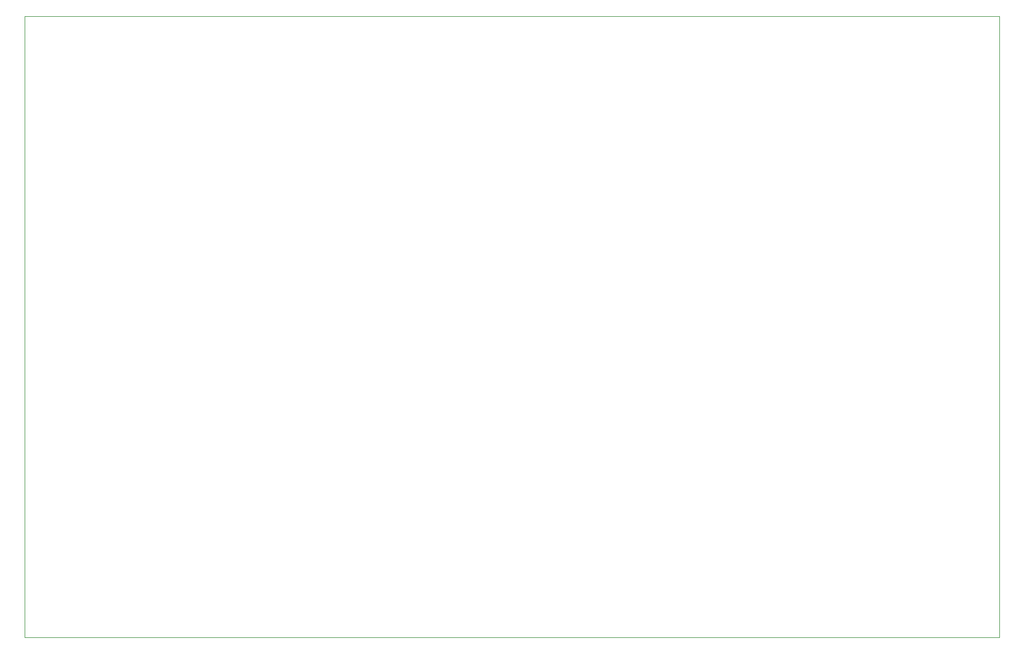
<source format=gbr>
G04 #@! TF.FileFunction,Profile,NP*
%FSLAX46Y46*%
G04 Gerber Fmt 4.6, Leading zero omitted, Abs format (unit mm)*
G04 Created by KiCad (PCBNEW (2015-05-13 BZR 5653)-product) date Tue 09 Jun 2015 09:53:40 PM CEST*
%MOMM*%
G01*
G04 APERTURE LIST*
%ADD10C,0.100000*%
G04 APERTURE END LIST*
D10*
X111760000Y-119380000D02*
X111760000Y-25400000D01*
X259080000Y-119380000D02*
X111760000Y-119380000D01*
X259080000Y-25400000D02*
X259080000Y-119380000D01*
X111760000Y-25400000D02*
X259080000Y-25400000D01*
M02*

</source>
